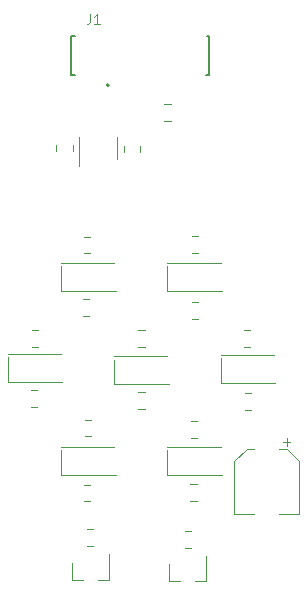
<source format=gbr>
G04 #@! TF.GenerationSoftware,KiCad,Pcbnew,(5.0.0)*
G04 #@! TF.CreationDate,2018-12-24T10:33:18-05:00*
G04 #@! TF.ProjectId,uv_pcb,75765F7063622E6B696361645F706362,rev?*
G04 #@! TF.SameCoordinates,Original*
G04 #@! TF.FileFunction,Legend,Top*
G04 #@! TF.FilePolarity,Positive*
%FSLAX46Y46*%
G04 Gerber Fmt 4.6, Leading zero omitted, Abs format (unit mm)*
G04 Created by KiCad (PCBNEW (5.0.0)) date 12/24/18 10:33:18*
%MOMM*%
%LPD*%
G01*
G04 APERTURE LIST*
%ADD10C,0.120000*%
%ADD11C,0.200000*%
%ADD12C,0.127000*%
%ADD13C,0.050000*%
G04 APERTURE END LIST*
D10*
G04 #@! TO.C,D2*
X118500000Y-74500000D02*
X114000000Y-74500000D01*
X114000000Y-74800000D02*
X114000000Y-76900000D01*
X114000000Y-76900000D02*
X118600000Y-76900000D01*
G04 #@! TO.C,D1*
X109500000Y-84800000D02*
X114100000Y-84800000D01*
X109500000Y-82700000D02*
X109500000Y-84800000D01*
X114000000Y-82400000D02*
X109500000Y-82400000D01*
G04 #@! TO.C,D6*
X105000000Y-82200000D02*
X100500000Y-82200000D01*
X100500000Y-82500000D02*
X100500000Y-84600000D01*
X100500000Y-84600000D02*
X105100000Y-84600000D01*
G04 #@! TO.C,D5*
X105000000Y-92500000D02*
X109600000Y-92500000D01*
X105000000Y-90400000D02*
X105000000Y-92500000D01*
X109500000Y-90100000D02*
X105000000Y-90100000D01*
G04 #@! TO.C,D4*
X118500000Y-90100000D02*
X114000000Y-90100000D01*
X114000000Y-90400000D02*
X114000000Y-92500000D01*
X114000000Y-92500000D02*
X118600000Y-92500000D01*
G04 #@! TO.C,D3*
X118500000Y-84700000D02*
X123100000Y-84700000D01*
X118500000Y-82600000D02*
X118500000Y-84700000D01*
X123000000Y-82300000D02*
X118500000Y-82300000D01*
G04 #@! TO.C,D7*
X109500000Y-74500000D02*
X105000000Y-74500000D01*
X105000000Y-74800000D02*
X105000000Y-76900000D01*
X105000000Y-76900000D02*
X109600000Y-76900000D01*
G04 #@! TO.C,C4*
X113741422Y-61090000D02*
X114258578Y-61090000D01*
X113741422Y-62510000D02*
X114258578Y-62510000D01*
D11*
G04 #@! TO.C,J1*
X109046000Y-59465000D02*
G75*
G03X109046000Y-59465000I-100000J0D01*
G01*
D12*
X106200000Y-55350000D02*
X105850000Y-55350000D01*
X105850000Y-55350000D02*
X105850000Y-58650000D01*
X105850000Y-58650000D02*
X106200000Y-58650000D01*
X117350000Y-55350000D02*
X117550000Y-55350000D01*
X117550000Y-55350000D02*
X117550000Y-58650000D01*
X117550000Y-58650000D02*
X117300000Y-58650000D01*
D10*
G04 #@! TO.C,Q1*
X114120000Y-101460000D02*
X114120000Y-100000000D01*
X117280000Y-101460000D02*
X117280000Y-99300000D01*
X117280000Y-101460000D02*
X116350000Y-101460000D01*
X114120000Y-101460000D02*
X115050000Y-101460000D01*
G04 #@! TO.C,Q2*
X105920000Y-101360000D02*
X106850000Y-101360000D01*
X109080000Y-101360000D02*
X108150000Y-101360000D01*
X109080000Y-101360000D02*
X109080000Y-99200000D01*
X105920000Y-101360000D02*
X105920000Y-99900000D01*
G04 #@! TO.C,R1*
X112058578Y-86910000D02*
X111541422Y-86910000D01*
X112058578Y-85490000D02*
X111541422Y-85490000D01*
G04 #@! TO.C,R2*
X116558578Y-79260000D02*
X116041422Y-79260000D01*
X116558578Y-77840000D02*
X116041422Y-77840000D01*
G04 #@! TO.C,R3*
X121058578Y-85540000D02*
X120541422Y-85540000D01*
X121058578Y-86960000D02*
X120541422Y-86960000D01*
G04 #@! TO.C,R4*
X115941422Y-93240000D02*
X116458578Y-93240000D01*
X115941422Y-94660000D02*
X116458578Y-94660000D01*
G04 #@! TO.C,R5*
X106941422Y-94710000D02*
X107458578Y-94710000D01*
X106941422Y-93290000D02*
X107458578Y-93290000D01*
G04 #@! TO.C,R6*
X102441422Y-85290000D02*
X102958578Y-85290000D01*
X102441422Y-86710000D02*
X102958578Y-86710000D01*
G04 #@! TO.C,R7*
X106841422Y-79010000D02*
X107358578Y-79010000D01*
X106841422Y-77590000D02*
X107358578Y-77590000D01*
G04 #@! TO.C,C1*
X119640000Y-95760000D02*
X121340000Y-95760000D01*
X125160000Y-95760000D02*
X123460000Y-95760000D01*
X125160000Y-91304437D02*
X125160000Y-95760000D01*
X119640000Y-91304437D02*
X119640000Y-95760000D01*
X120704437Y-90240000D02*
X121340000Y-90240000D01*
X124095563Y-90240000D02*
X123460000Y-90240000D01*
X124095563Y-90240000D02*
X125160000Y-91304437D01*
X120704437Y-90240000D02*
X119640000Y-91304437D01*
X124085000Y-89375000D02*
X124085000Y-90000000D01*
X124397500Y-89687500D02*
X123772500Y-89687500D01*
G04 #@! TO.C,C5*
X107458578Y-73710000D02*
X106941422Y-73710000D01*
X107458578Y-72290000D02*
X106941422Y-72290000D01*
G04 #@! TO.C,C6*
X116508578Y-87890000D02*
X115991422Y-87890000D01*
X116508578Y-89310000D02*
X115991422Y-89310000D01*
G04 #@! TO.C,C7*
X116608578Y-73660000D02*
X116091422Y-73660000D01*
X116608578Y-72240000D02*
X116091422Y-72240000D01*
G04 #@! TO.C,C8*
X107508578Y-87790000D02*
X106991422Y-87790000D01*
X107508578Y-89210000D02*
X106991422Y-89210000D01*
G04 #@! TO.C,C9*
X120958578Y-81660000D02*
X120441422Y-81660000D01*
X120958578Y-80240000D02*
X120441422Y-80240000D01*
G04 #@! TO.C,C10*
X103008578Y-80190000D02*
X102491422Y-80190000D01*
X103008578Y-81610000D02*
X102491422Y-81610000D01*
G04 #@! TO.C,C11*
X112058578Y-81660000D02*
X111541422Y-81660000D01*
X112058578Y-80240000D02*
X111541422Y-80240000D01*
G04 #@! TO.C,R8*
X115491422Y-97240000D02*
X116008578Y-97240000D01*
X115491422Y-98660000D02*
X116008578Y-98660000D01*
G04 #@! TO.C,R9*
X107191422Y-98510000D02*
X107708578Y-98510000D01*
X107191422Y-97090000D02*
X107708578Y-97090000D01*
G04 #@! TO.C,U1*
X109760000Y-65700000D02*
X109760000Y-63900000D01*
X106540000Y-63900000D02*
X106540000Y-66350000D01*
G04 #@! TO.C,C2*
X110290000Y-65108578D02*
X110290000Y-64591422D01*
X111710000Y-65108578D02*
X111710000Y-64591422D01*
G04 #@! TO.C,C3*
X104540000Y-64541422D02*
X104540000Y-65058578D01*
X105960000Y-64541422D02*
X105960000Y-65058578D01*
G04 #@! TO.C,J1*
D13*
X107461534Y-53450632D02*
X107461534Y-54022572D01*
X107423404Y-54136960D01*
X107347146Y-54213219D01*
X107232758Y-54251349D01*
X107156499Y-54251349D01*
X108262251Y-54251349D02*
X107804698Y-54251349D01*
X108033475Y-54251349D02*
X108033475Y-53450632D01*
X107957216Y-53565020D01*
X107880957Y-53641279D01*
X107804698Y-53679408D01*
G04 #@! TD*
M02*

</source>
